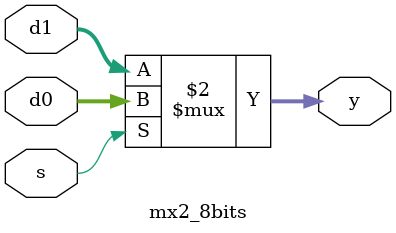
<source format=v>
module mx2_8bits(d0, d1, s, y);//mx2 for 8bit
input [7:0] d0, d1;//8bit input
input s;//select signal
output [7:0] y;//8bit output

assign y = (s==0)?d1:d0;//mux

endmodule

</source>
